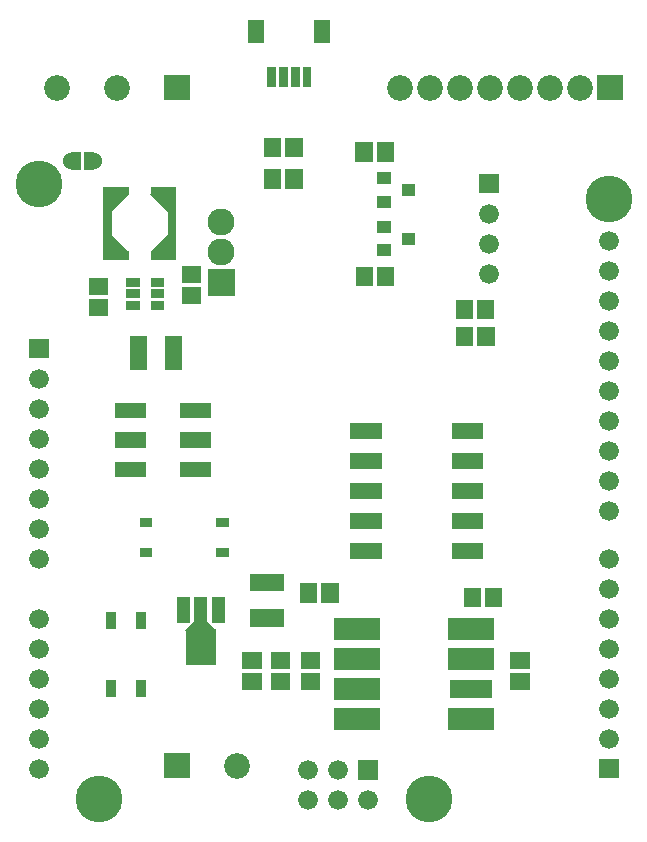
<source format=gbr>
G04 start of page 6 for group -4063 idx -4063 *
G04 Title: (unknown), componentmask *
G04 Creator: pcb 4.0.2 *
G04 CreationDate: Sat May 14 18:12:11 2022 UTC *
G04 For: railfan *
G04 Format: Gerber/RS-274X *
G04 PCB-Dimensions (mil): 3110.00 2710.00 *
G04 PCB-Coordinate-Origin: lower left *
%MOIN*%
%FSLAX25Y25*%
%LNTOPMASK*%
%ADD48C,0.0600*%
%ADD47C,0.0900*%
%ADD46C,0.0860*%
%ADD45C,0.1560*%
%ADD44C,0.0660*%
%ADD43C,0.0001*%
G54D43*G36*
X197200Y23800D02*Y17200D01*
X203800D01*
Y23800D01*
X197200D01*
G37*
G54D44*X200500Y30500D03*
Y40500D03*
Y50500D03*
Y60500D03*
Y70500D03*
G54D45*X140500Y10500D03*
G54D44*X120300Y10000D03*
X110300D03*
X100300D03*
G54D43*G36*
X117000Y23300D02*Y16700D01*
X123600D01*
Y23300D01*
X117000D01*
G37*
G54D44*X110300Y20000D03*
X100300D03*
G54D43*G36*
X52200Y25800D02*Y17200D01*
X60800D01*
Y25800D01*
X52200D01*
G37*
G54D46*X76500Y21500D03*
G54D44*X10500Y130500D03*
Y120500D03*
Y110500D03*
Y100500D03*
G54D43*G36*
X7200Y163800D02*Y157200D01*
X13800D01*
Y163800D01*
X7200D01*
G37*
G54D44*X10500Y150500D03*
Y140500D03*
G54D45*Y215500D03*
G54D46*X16500Y247500D03*
G54D44*X10500Y90500D03*
Y70500D03*
Y60500D03*
Y50500D03*
Y40500D03*
Y30500D03*
Y20500D03*
G54D45*X30500Y10500D03*
G54D44*X200500Y80500D03*
Y90500D03*
Y106500D03*
Y116500D03*
Y126500D03*
Y136500D03*
Y146500D03*
Y156500D03*
Y166500D03*
Y176500D03*
Y186500D03*
Y196500D03*
G54D45*Y210500D03*
G54D43*G36*
X157200Y218800D02*Y212200D01*
X163800D01*
Y218800D01*
X157200D01*
G37*
G54D44*X160500Y205500D03*
Y195500D03*
G54D43*G36*
X196700Y251800D02*Y243200D01*
X205300D01*
Y251800D01*
X196700D01*
G37*
G54D46*X191000Y247500D03*
X181000D03*
X171000D03*
G54D44*X160500Y185500D03*
G54D46*X161000Y247500D03*
X151000D03*
X141000D03*
X131000D03*
G54D43*G36*
X52200Y251800D02*Y243200D01*
X60800D01*
Y251800D01*
X52200D01*
G37*
G54D46*X36500Y247500D03*
G54D47*X71373Y202627D03*
Y192627D03*
G54D43*G36*
X66873Y187127D02*Y178127D01*
X75873D01*
Y187127D01*
X66873D01*
G37*
G54D48*X21600Y223000D03*
G54D43*G36*
X24600Y226000D02*X21600D01*
Y220000D01*
X24600D01*
Y226000D01*
G37*
G54D48*X28400Y223000D03*
G54D43*G36*
Y226000D02*X25400D01*
Y220000D01*
X28400D01*
Y226000D01*
G37*
G36*
X121773Y229252D02*X116055D01*
Y222748D01*
X121773D01*
Y229252D01*
G37*
G36*
X101355Y254351D02*X98393D01*
Y247649D01*
X101355D01*
Y254351D01*
G37*
G36*
X107654Y270099D02*X102330D01*
Y262413D01*
X107654D01*
Y270099D01*
G37*
G36*
X97418Y254351D02*X94456D01*
Y247649D01*
X97418D01*
Y254351D01*
G37*
G36*
X98402Y230752D02*X92684D01*
Y224248D01*
X98402D01*
Y230752D01*
G37*
G36*
X91316D02*X85598D01*
Y224248D01*
X91316D01*
Y230752D01*
G37*
G36*
Y220252D02*X85598D01*
Y213748D01*
X91316D01*
Y220252D01*
G37*
G36*
X98402D02*X92684D01*
Y213748D01*
X98402D01*
Y220252D01*
G37*
G36*
X93481Y254351D02*X90519D01*
Y247649D01*
X93481D01*
Y254351D01*
G37*
G36*
X89544D02*X86582D01*
Y247649D01*
X89544D01*
Y254351D01*
G37*
G36*
X85607Y270099D02*X80283D01*
Y262413D01*
X85607D01*
Y270099D01*
G37*
G36*
X47773Y176327D02*Y173327D01*
X52373D01*
Y176327D01*
X47773D01*
G37*
G36*
Y180227D02*Y177227D01*
X52373D01*
Y180227D01*
X47773D01*
G37*
G36*
X58121Y180986D02*Y175268D01*
X64625D01*
Y180986D01*
X58121D01*
G37*
G36*
X47773Y184127D02*Y181127D01*
X52373D01*
Y184127D01*
X47773D01*
G37*
G36*
X58121Y188072D02*Y182354D01*
X64625D01*
Y188072D01*
X58121D01*
G37*
G36*
X56337Y214463D02*X53437D01*
Y190163D01*
X56337D01*
Y214463D01*
G37*
G36*
X47837Y193063D02*Y190163D01*
X56337D01*
Y193063D01*
X47837D01*
G37*
G36*
X56282Y196236D02*X53737Y198782D01*
X47718Y192763D01*
X50264Y190218D01*
X56282Y196236D01*
G37*
G36*
X51937Y194563D02*Y190963D01*
X55537D01*
Y194563D01*
X51937D01*
G37*
G36*
X47837Y214463D02*Y211563D01*
X56337D01*
Y214463D01*
X47837D01*
G37*
G36*
X50264Y214409D02*X47718Y211863D01*
X53737Y205845D01*
X56282Y208390D01*
X50264Y214409D01*
G37*
G36*
X51937Y213663D02*Y210063D01*
X55537D01*
Y213663D01*
X51937D01*
G37*
G36*
X58264Y164614D02*X52546D01*
Y153386D01*
X58264D01*
Y164614D01*
G37*
G36*
X46454D02*X40736D01*
Y153386D01*
X46454D01*
Y164614D01*
G37*
G36*
X39573Y184127D02*Y181127D01*
X44173D01*
Y184127D01*
X39573D01*
G37*
G36*
X32037Y193063D02*Y190163D01*
X40537D01*
Y193063D01*
X32037D01*
G37*
G36*
X39573Y180227D02*Y177227D01*
X44173D01*
Y180227D01*
X39573D01*
G37*
G36*
Y176327D02*Y173327D01*
X44173D01*
Y176327D01*
X39573D01*
G37*
G36*
X27121Y176943D02*Y171225D01*
X33625D01*
Y176943D01*
X27121D01*
G37*
G36*
Y184029D02*Y178311D01*
X33625D01*
Y184029D01*
X27121D01*
G37*
G36*
X34937Y214463D02*X32037D01*
Y190163D01*
X34937D01*
Y214463D01*
G37*
G36*
X32037D02*Y211563D01*
X40537D01*
Y214463D01*
X32037D01*
G37*
G36*
X34637Y198782D02*X32091Y196236D01*
X38110Y190218D01*
X40655Y192763D01*
X34637Y198782D01*
G37*
G36*
X40655Y211863D02*X38110Y214409D01*
X32091Y208390D01*
X34637Y205845D01*
X40655Y211863D01*
G37*
G36*
X32837Y194563D02*Y190963D01*
X36437D01*
Y194563D01*
X32837D01*
G37*
G36*
Y213663D02*Y210063D01*
X36437D01*
Y213663D01*
X32837D01*
G37*
G36*
X128859Y229252D02*X123141D01*
Y222748D01*
X128859D01*
Y229252D01*
G37*
G36*
X123200Y219300D02*Y215300D01*
X127800D01*
Y219300D01*
X123200D01*
G37*
G36*
Y211500D02*Y207500D01*
X127800D01*
Y211500D01*
X123200D01*
G37*
G36*
X131400Y215400D02*Y211400D01*
X136000D01*
Y215400D01*
X131400D01*
G37*
G36*
X123200Y203000D02*Y199000D01*
X127800D01*
Y203000D01*
X123200D01*
G37*
G36*
X131400Y199100D02*Y195100D01*
X136000D01*
Y199100D01*
X131400D01*
G37*
G36*
X121816Y187752D02*X116098D01*
Y181248D01*
X121816D01*
Y187752D01*
G37*
G36*
X128902D02*X123184D01*
Y181248D01*
X128902D01*
Y187752D01*
G37*
G36*
X123200Y195200D02*Y191200D01*
X127800D01*
Y195200D01*
X123200D01*
G37*
G36*
X162371Y176752D02*X156653D01*
Y170248D01*
X162371D01*
Y176752D01*
G37*
G36*
X155285D02*X149567D01*
Y170248D01*
X155285D01*
Y176752D01*
G37*
G36*
X162402Y167752D02*X156684D01*
Y161248D01*
X162402D01*
Y167752D01*
G37*
G36*
X155316D02*X149598D01*
Y161248D01*
X155316D01*
Y167752D01*
G37*
G36*
X87748Y59445D02*Y53727D01*
X94252D01*
Y59445D01*
X87748D01*
G37*
G36*
Y52359D02*Y46641D01*
X94252D01*
Y52359D01*
X87748D01*
G37*
G36*
X78248Y52316D02*Y46598D01*
X84752D01*
Y52316D01*
X78248D01*
G37*
G36*
X36150Y50100D02*X32850D01*
Y44400D01*
X36150D01*
Y50100D01*
G37*
G36*
X46150D02*X42850D01*
Y44400D01*
X46150D01*
Y50100D01*
G37*
G36*
X78248Y59402D02*Y53684D01*
X84752D01*
Y59402D01*
X78248D01*
G37*
G36*
X72596Y77595D02*X68216D01*
Y69121D01*
X72596D01*
Y77595D01*
G37*
G36*
X66690D02*X62310D01*
Y61405D01*
X66690D01*
Y77595D01*
G37*
G36*
X66385Y69850D02*X64541Y68006D01*
X67805Y64742D01*
X69649Y66586D01*
X66385Y69850D01*
G37*
G36*
X80886Y73549D02*Y67831D01*
X92114D01*
Y73549D01*
X80886D01*
G37*
G36*
X69650Y94150D02*Y90850D01*
X73850D01*
Y94150D01*
X69650D01*
G37*
G36*
Y104150D02*Y100850D01*
X73850D01*
Y104150D01*
X69650D01*
G37*
G36*
X80886Y85359D02*Y79641D01*
X92114D01*
Y85359D01*
X80886D01*
G37*
G36*
X108900Y70600D02*Y63400D01*
X124100D01*
Y70600D01*
X108900D01*
G37*
G36*
Y60600D02*Y53400D01*
X124100D01*
Y60600D01*
X108900D01*
G37*
G36*
Y50600D02*Y43400D01*
X124100D01*
Y50600D01*
X108900D01*
G37*
G36*
Y40600D02*Y33400D01*
X124100D01*
Y40600D01*
X108900D01*
G37*
G36*
X97748Y59402D02*Y53684D01*
X104252D01*
Y59402D01*
X97748D01*
G37*
G36*
X110402Y82252D02*X104684D01*
Y75748D01*
X110402D01*
Y82252D01*
G37*
G36*
X103316D02*X97598D01*
Y75748D01*
X103316D01*
Y82252D01*
G37*
G36*
X97748Y52316D02*Y46598D01*
X104252D01*
Y52316D01*
X97748D01*
G37*
G36*
X114350Y135600D02*Y130400D01*
X124750D01*
Y135600D01*
X114350D01*
G37*
G36*
X148250D02*Y130400D01*
X158650D01*
Y135600D01*
X148250D01*
G37*
G36*
X114350Y125600D02*Y120400D01*
X124750D01*
Y125600D01*
X114350D01*
G37*
G36*
X148250D02*Y120400D01*
X158650D01*
Y125600D01*
X148250D01*
G37*
G36*
X114350Y115600D02*Y110400D01*
X124750D01*
Y115600D01*
X114350D01*
G37*
G36*
X148250D02*Y110400D01*
X158650D01*
Y115600D01*
X148250D01*
G37*
G36*
X114350Y105600D02*Y100400D01*
X124750D01*
Y105600D01*
X114350D01*
G37*
G36*
X148250D02*Y100400D01*
X158650D01*
Y105600D01*
X148250D01*
G37*
G36*
Y95600D02*Y90400D01*
X158650D01*
Y95600D01*
X148250D01*
G37*
G36*
X114350D02*Y90400D01*
X124750D01*
Y95600D01*
X114350D01*
G37*
G36*
X69525Y66886D02*X59475D01*
Y54946D01*
X69525D01*
Y66886D01*
G37*
G36*
X57650Y142400D02*Y137200D01*
X68000D01*
Y142400D01*
X57650D01*
G37*
G36*
Y132600D02*Y127400D01*
X68000D01*
Y132600D01*
X57650D01*
G37*
G36*
Y122800D02*Y117600D01*
X68000D01*
Y122800D01*
X57650D01*
G37*
G36*
X64459Y68006D02*X62615Y69850D01*
X59351Y66586D01*
X61195Y64742D01*
X64459Y68006D01*
G37*
G36*
X60784Y77595D02*X56404D01*
Y69121D01*
X60784D01*
Y77595D01*
G37*
G36*
X44150Y94150D02*Y90850D01*
X48350D01*
Y94150D01*
X44150D01*
G37*
G36*
X46150Y72600D02*X42850D01*
Y66900D01*
X46150D01*
Y72600D01*
G37*
G36*
X36150D02*X32850D01*
Y66900D01*
X36150D01*
Y72600D01*
G37*
G36*
X44150Y104150D02*Y100850D01*
X48350D01*
Y104150D01*
X44150D01*
G37*
G36*
X36000Y142400D02*Y137200D01*
X46350D01*
Y142400D01*
X36000D01*
G37*
G36*
Y132600D02*Y127400D01*
X46350D01*
Y132600D01*
X36000D01*
G37*
G36*
Y122800D02*Y117600D01*
X46350D01*
Y122800D01*
X36000D01*
G37*
G36*
X146900Y40600D02*Y33400D01*
X162100D01*
Y40600D01*
X146900D01*
G37*
G36*
X167705Y52316D02*Y46598D01*
X174209D01*
Y52316D01*
X167705D01*
G37*
G36*
Y59402D02*Y53684D01*
X174209D01*
Y59402D01*
X167705D01*
G37*
G36*
X146900Y70600D02*Y63400D01*
X162100D01*
Y70600D01*
X146900D01*
G37*
G36*
Y60600D02*Y53400D01*
X162100D01*
Y60600D01*
X146900D01*
G37*
G36*
X147400Y50100D02*Y43900D01*
X161600D01*
Y50100D01*
X147400D01*
G37*
G36*
X157816Y80752D02*X152098D01*
Y74248D01*
X157816D01*
Y80752D01*
G37*
G36*
X164902D02*X159184D01*
Y74248D01*
X164902D01*
Y80752D01*
G37*
M02*

</source>
